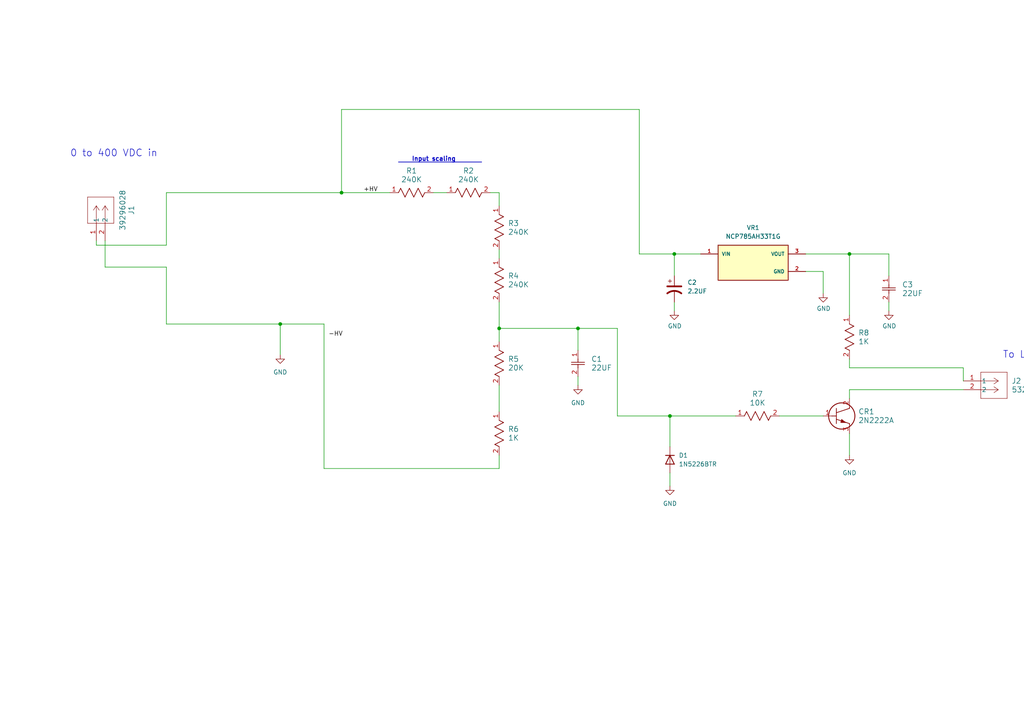
<source format=kicad_sch>
(kicad_sch (version 20230121) (generator eeschema)

  (uuid fffa4e09-ea48-4f7e-bd60-fd1a9798bef5)

  (paper "A4")

  (lib_symbols
    (symbol "2024-03-17_20-45-22:39296028" (pin_names (offset 0.254)) (in_bom yes) (on_board yes)
      (property "Reference" "J" (at 8.89 6.35 0)
        (effects (font (size 1.524 1.524)))
      )
      (property "Value" "39296028" (at 0 0 0)
        (effects (font (size 1.524 1.524)))
      )
      (property "Footprint" "CON_39296028" (at 0 0 0)
        (effects (font (size 1.27 1.27) italic) hide)
      )
      (property "Datasheet" "39296028" (at 0 0 0)
        (effects (font (size 1.27 1.27) italic) hide)
      )
      (property "ki_locked" "" (at 0 0 0)
        (effects (font (size 1.27 1.27)))
      )
      (property "ki_keywords" "39296028" (at 0 0 0)
        (effects (font (size 1.27 1.27)) hide)
      )
      (property "ki_fp_filters" "CON_39296028" (at 0 0 0)
        (effects (font (size 1.27 1.27)) hide)
      )
      (symbol "39296028_1_1"
        (polyline
          (pts
            (xy 5.08 -5.08)
            (xy 12.7 -5.08)
          )
          (stroke (width 0.127) (type default))
          (fill (type none))
        )
        (polyline
          (pts
            (xy 5.08 2.54)
            (xy 5.08 -5.08)
          )
          (stroke (width 0.127) (type default))
          (fill (type none))
        )
        (polyline
          (pts
            (xy 10.16 -2.54)
            (xy 5.08 -2.54)
          )
          (stroke (width 0.127) (type default))
          (fill (type none))
        )
        (polyline
          (pts
            (xy 10.16 -2.54)
            (xy 8.89 -3.3867)
          )
          (stroke (width 0.127) (type default))
          (fill (type none))
        )
        (polyline
          (pts
            (xy 10.16 -2.54)
            (xy 8.89 -1.6933)
          )
          (stroke (width 0.127) (type default))
          (fill (type none))
        )
        (polyline
          (pts
            (xy 10.16 0)
            (xy 5.08 0)
          )
          (stroke (width 0.127) (type default))
          (fill (type none))
        )
        (polyline
          (pts
            (xy 10.16 0)
            (xy 8.89 -0.8467)
          )
          (stroke (width 0.127) (type default))
          (fill (type none))
        )
        (polyline
          (pts
            (xy 10.16 0)
            (xy 8.89 0.8467)
          )
          (stroke (width 0.127) (type default))
          (fill (type none))
        )
        (polyline
          (pts
            (xy 12.7 -5.08)
            (xy 12.7 2.54)
          )
          (stroke (width 0.127) (type default))
          (fill (type none))
        )
        (polyline
          (pts
            (xy 12.7 2.54)
            (xy 5.08 2.54)
          )
          (stroke (width 0.127) (type default))
          (fill (type none))
        )
        (pin unspecified line (at 0 0 0) (length 5.08)
          (name "1" (effects (font (size 1.27 1.27))))
          (number "1" (effects (font (size 1.27 1.27))))
        )
        (pin unspecified line (at 0 -2.54 0) (length 5.08)
          (name "2" (effects (font (size 1.27 1.27))))
          (number "2" (effects (font (size 1.27 1.27))))
        )
      )
      (symbol "39296028_1_2"
        (polyline
          (pts
            (xy 5.08 -5.08)
            (xy 12.7 -5.08)
          )
          (stroke (width 0.127) (type default))
          (fill (type none))
        )
        (polyline
          (pts
            (xy 5.08 2.54)
            (xy 5.08 -5.08)
          )
          (stroke (width 0.127) (type default))
          (fill (type none))
        )
        (polyline
          (pts
            (xy 7.62 -2.54)
            (xy 5.08 -2.54)
          )
          (stroke (width 0.127) (type default))
          (fill (type none))
        )
        (polyline
          (pts
            (xy 7.62 -2.54)
            (xy 8.89 -3.3867)
          )
          (stroke (width 0.127) (type default))
          (fill (type none))
        )
        (polyline
          (pts
            (xy 7.62 -2.54)
            (xy 8.89 -1.6933)
          )
          (stroke (width 0.127) (type default))
          (fill (type none))
        )
        (polyline
          (pts
            (xy 7.62 0)
            (xy 5.08 0)
          )
          (stroke (width 0.127) (type default))
          (fill (type none))
        )
        (polyline
          (pts
            (xy 7.62 0)
            (xy 8.89 -0.8467)
          )
          (stroke (width 0.127) (type default))
          (fill (type none))
        )
        (polyline
          (pts
            (xy 7.62 0)
            (xy 8.89 0.8467)
          )
          (stroke (width 0.127) (type default))
          (fill (type none))
        )
        (polyline
          (pts
            (xy 12.7 -5.08)
            (xy 12.7 2.54)
          )
          (stroke (width 0.127) (type default))
          (fill (type none))
        )
        (polyline
          (pts
            (xy 12.7 2.54)
            (xy 5.08 2.54)
          )
          (stroke (width 0.127) (type default))
          (fill (type none))
        )
        (pin unspecified line (at 0 0 0) (length 5.08)
          (name "1" (effects (font (size 1.27 1.27))))
          (number "1" (effects (font (size 1.27 1.27))))
        )
        (pin unspecified line (at 0 -2.54 0) (length 5.08)
          (name "2" (effects (font (size 1.27 1.27))))
          (number "2" (effects (font (size 1.27 1.27))))
        )
      )
    )
    (symbol "2024-03-24_14-08-05:532650229" (pin_names (offset 0.254)) (in_bom yes) (on_board yes)
      (property "Reference" "J" (at 8.89 6.35 0)
        (effects (font (size 1.524 1.524)))
      )
      (property "Value" "532650229" (at 0 0 0)
        (effects (font (size 1.524 1.524)))
      )
      (property "Footprint" "CON_532650229_MOL" (at 0 0 0)
        (effects (font (size 1.27 1.27) italic) hide)
      )
      (property "Datasheet" "532650229" (at 0 0 0)
        (effects (font (size 1.27 1.27) italic) hide)
      )
      (property "ki_locked" "" (at 0 0 0)
        (effects (font (size 1.27 1.27)))
      )
      (property "ki_keywords" "532650229" (at 0 0 0)
        (effects (font (size 1.27 1.27)) hide)
      )
      (property "ki_fp_filters" "CON_532650229_MOL" (at 0 0 0)
        (effects (font (size 1.27 1.27)) hide)
      )
      (symbol "532650229_1_1"
        (polyline
          (pts
            (xy 5.08 -5.08)
            (xy 12.7 -5.08)
          )
          (stroke (width 0.127) (type default))
          (fill (type none))
        )
        (polyline
          (pts
            (xy 5.08 2.54)
            (xy 5.08 -5.08)
          )
          (stroke (width 0.127) (type default))
          (fill (type none))
        )
        (polyline
          (pts
            (xy 10.16 -2.54)
            (xy 5.08 -2.54)
          )
          (stroke (width 0.127) (type default))
          (fill (type none))
        )
        (polyline
          (pts
            (xy 10.16 -2.54)
            (xy 8.89 -3.3867)
          )
          (stroke (width 0.127) (type default))
          (fill (type none))
        )
        (polyline
          (pts
            (xy 10.16 -2.54)
            (xy 8.89 -1.6933)
          )
          (stroke (width 0.127) (type default))
          (fill (type none))
        )
        (polyline
          (pts
            (xy 10.16 0)
            (xy 5.08 0)
          )
          (stroke (width 0.127) (type default))
          (fill (type none))
        )
        (polyline
          (pts
            (xy 10.16 0)
            (xy 8.89 -0.8467)
          )
          (stroke (width 0.127) (type default))
          (fill (type none))
        )
        (polyline
          (pts
            (xy 10.16 0)
            (xy 8.89 0.8467)
          )
          (stroke (width 0.127) (type default))
          (fill (type none))
        )
        (polyline
          (pts
            (xy 12.7 -5.08)
            (xy 12.7 2.54)
          )
          (stroke (width 0.127) (type default))
          (fill (type none))
        )
        (polyline
          (pts
            (xy 12.7 2.54)
            (xy 5.08 2.54)
          )
          (stroke (width 0.127) (type default))
          (fill (type none))
        )
        (pin unspecified line (at 0 0 0) (length 5.08)
          (name "1" (effects (font (size 1.27 1.27))))
          (number "1" (effects (font (size 1.27 1.27))))
        )
        (pin unspecified line (at 0 -2.54 0) (length 5.08)
          (name "2" (effects (font (size 1.27 1.27))))
          (number "2" (effects (font (size 1.27 1.27))))
        )
      )
      (symbol "532650229_1_2"
        (polyline
          (pts
            (xy 5.08 -5.08)
            (xy 12.7 -5.08)
          )
          (stroke (width 0.127) (type default))
          (fill (type none))
        )
        (polyline
          (pts
            (xy 5.08 2.54)
            (xy 5.08 -5.08)
          )
          (stroke (width 0.127) (type default))
          (fill (type none))
        )
        (polyline
          (pts
            (xy 7.62 -2.54)
            (xy 5.08 -2.54)
          )
          (stroke (width 0.127) (type default))
          (fill (type none))
        )
        (polyline
          (pts
            (xy 7.62 -2.54)
            (xy 8.89 -3.3867)
          )
          (stroke (width 0.127) (type default))
          (fill (type none))
        )
        (polyline
          (pts
            (xy 7.62 -2.54)
            (xy 8.89 -1.6933)
          )
          (stroke (width 0.127) (type default))
          (fill (type none))
        )
        (polyline
          (pts
            (xy 7.62 0)
            (xy 5.08 0)
          )
          (stroke (width 0.127) (type default))
          (fill (type none))
        )
        (polyline
          (pts
            (xy 7.62 0)
            (xy 8.89 -0.8467)
          )
          (stroke (width 0.127) (type default))
          (fill (type none))
        )
        (polyline
          (pts
            (xy 7.62 0)
            (xy 8.89 0.8467)
          )
          (stroke (width 0.127) (type default))
          (fill (type none))
        )
        (polyline
          (pts
            (xy 12.7 -5.08)
            (xy 12.7 2.54)
          )
          (stroke (width 0.127) (type default))
          (fill (type none))
        )
        (polyline
          (pts
            (xy 12.7 2.54)
            (xy 5.08 2.54)
          )
          (stroke (width 0.127) (type default))
          (fill (type none))
        )
        (pin unspecified line (at 0 0 0) (length 5.08)
          (name "1" (effects (font (size 1.27 1.27))))
          (number "1" (effects (font (size 1.27 1.27))))
        )
        (pin unspecified line (at 0 -2.54 0) (length 5.08)
          (name "2" (effects (font (size 1.27 1.27))))
          (number "2" (effects (font (size 1.27 1.27))))
        )
      )
    )
    (symbol "2024-05-04_04-05-19:RNMF14FTC240K" (pin_names (offset 0.254)) (in_bom yes) (on_board yes)
      (property "Reference" "R" (at 5.715 3.81 0)
        (effects (font (size 1.524 1.524)))
      )
      (property "Value" "RNMF14FTC240K" (at 6.35 -3.81 0)
        (effects (font (size 1.524 1.524)))
      )
      (property "Footprint" "STA_RNMF14_STP" (at 0 0 0)
        (effects (font (size 1.27 1.27) italic) hide)
      )
      (property "Datasheet" "RNMF14FTC240K" (at 0 0 0)
        (effects (font (size 1.27 1.27) italic) hide)
      )
      (property "ki_locked" "" (at 0 0 0)
        (effects (font (size 1.27 1.27)))
      )
      (property "ki_keywords" "RNMF14FTC240K" (at 0 0 0)
        (effects (font (size 1.27 1.27)) hide)
      )
      (property "ki_fp_filters" "STA_RNMF14_STP" (at 0 0 0)
        (effects (font (size 1.27 1.27)) hide)
      )
      (symbol "RNMF14FTC240K_1_1"
        (polyline
          (pts
            (xy 2.54 0)
            (xy 3.175 1.27)
          )
          (stroke (width 0.2032) (type default))
          (fill (type none))
        )
        (polyline
          (pts
            (xy 3.175 1.27)
            (xy 4.445 -1.27)
          )
          (stroke (width 0.2032) (type default))
          (fill (type none))
        )
        (polyline
          (pts
            (xy 4.445 -1.27)
            (xy 5.715 1.27)
          )
          (stroke (width 0.2032) (type default))
          (fill (type none))
        )
        (polyline
          (pts
            (xy 5.715 1.27)
            (xy 6.985 -1.27)
          )
          (stroke (width 0.2032) (type default))
          (fill (type none))
        )
        (polyline
          (pts
            (xy 6.985 -1.27)
            (xy 8.255 1.27)
          )
          (stroke (width 0.2032) (type default))
          (fill (type none))
        )
        (polyline
          (pts
            (xy 8.255 1.27)
            (xy 9.525 -1.27)
          )
          (stroke (width 0.2032) (type default))
          (fill (type none))
        )
        (polyline
          (pts
            (xy 9.525 -1.27)
            (xy 10.16 0)
          )
          (stroke (width 0.2032) (type default))
          (fill (type none))
        )
        (pin unspecified line (at 0 0 0) (length 2.54)
          (name "" (effects (font (size 1.27 1.27))))
          (number "1" (effects (font (size 1.27 1.27))))
        )
        (pin unspecified line (at 12.7 0 180) (length 2.54)
          (name "" (effects (font (size 1.27 1.27))))
          (number "2" (effects (font (size 1.27 1.27))))
        )
      )
      (symbol "RNMF14FTC240K_1_2"
        (polyline
          (pts
            (xy -1.27 3.175)
            (xy 1.27 4.445)
          )
          (stroke (width 0.2032) (type default))
          (fill (type none))
        )
        (polyline
          (pts
            (xy -1.27 5.715)
            (xy 1.27 6.985)
          )
          (stroke (width 0.2032) (type default))
          (fill (type none))
        )
        (polyline
          (pts
            (xy -1.27 8.255)
            (xy 1.27 9.525)
          )
          (stroke (width 0.2032) (type default))
          (fill (type none))
        )
        (polyline
          (pts
            (xy 0 2.54)
            (xy -1.27 3.175)
          )
          (stroke (width 0.2032) (type default))
          (fill (type none))
        )
        (polyline
          (pts
            (xy 1.27 4.445)
            (xy -1.27 5.715)
          )
          (stroke (width 0.2032) (type default))
          (fill (type none))
        )
        (polyline
          (pts
            (xy 1.27 6.985)
            (xy -1.27 8.255)
          )
          (stroke (width 0.2032) (type default))
          (fill (type none))
        )
        (polyline
          (pts
            (xy 1.27 9.525)
            (xy 0 10.16)
          )
          (stroke (width 0.2032) (type default))
          (fill (type none))
        )
        (pin unspecified line (at 0 12.7 270) (length 2.54)
          (name "" (effects (font (size 1.27 1.27))))
          (number "1" (effects (font (size 1.27 1.27))))
        )
        (pin unspecified line (at 0 0 90) (length 2.54)
          (name "" (effects (font (size 1.27 1.27))))
          (number "2" (effects (font (size 1.27 1.27))))
        )
      )
    )
    (symbol "2024-05-06_00-13-29:2N2222A" (pin_names (offset 0.254)) (in_bom yes) (on_board yes)
      (property "Reference" "CR" (at 10.16 2.54 0)
        (effects (font (size 1.524 1.524)))
      )
      (property "Value" "2N2222A" (at 10.16 -2.54 0)
        (effects (font (size 1.524 1.524)))
      )
      (property "Footprint" "TO-18_STM" (at 0 0 0)
        (effects (font (size 1.27 1.27) italic) hide)
      )
      (property "Datasheet" "2N2222A" (at 0 0 0)
        (effects (font (size 1.27 1.27) italic) hide)
      )
      (property "ki_locked" "" (at 0 0 0)
        (effects (font (size 1.27 1.27)))
      )
      (property "ki_keywords" "2N2222A" (at 0 0 0)
        (effects (font (size 1.27 1.27)) hide)
      )
      (property "ki_fp_filters" "TO-18_STM" (at 0 0 0)
        (effects (font (size 1.27 1.27)) hide)
      )
      (symbol "2N2222A_0_1"
        (polyline
          (pts
            (xy 2.54 0)
            (xy 3.81 0)
          )
          (stroke (width 0.2032) (type default))
          (fill (type none))
        )
        (polyline
          (pts
            (xy 3.81 -2.2098)
            (xy 3.81 2.2098)
          )
          (stroke (width 0.2032) (type default))
          (fill (type none))
        )
        (polyline
          (pts
            (xy 3.81 -0.9398)
            (xy 7.62 -2.2098)
          )
          (stroke (width 0.2032) (type default))
          (fill (type none))
        )
        (polyline
          (pts
            (xy 3.81 0.9398)
            (xy 7.62 2.2098)
          )
          (stroke (width 0.2032) (type default))
          (fill (type none))
        )
        (polyline
          (pts
            (xy 7.62 -2.54)
            (xy 7.62 -2.2098)
          )
          (stroke (width 0.2032) (type default))
          (fill (type none))
        )
        (polyline
          (pts
            (xy 7.62 2.2098)
            (xy 7.62 2.54)
          )
          (stroke (width 0.2032) (type default))
          (fill (type none))
        )
        (polyline
          (pts
            (xy 5.3848 -0.9398)
            (xy 5.08 -1.905)
            (xy 6.6548 -1.905)
          )
          (stroke (width 0) (type default))
          (fill (type outline))
        )
        (circle (center 5.3848 0) (radius 3.81)
          (stroke (width 0.254) (type default))
          (fill (type none))
        )
        (pin unspecified line (at 0 0 0) (length 2.54)
          (name "" (effects (font (size 1.27 1.27))))
          (number "1" (effects (font (size 1.27 1.27))))
        )
        (pin unspecified line (at 7.62 5.08 270) (length 2.54)
          (name "" (effects (font (size 1.27 1.27))))
          (number "2" (effects (font (size 1.27 1.27))))
        )
        (pin unspecified line (at 7.62 -5.08 90) (length 2.54)
          (name "" (effects (font (size 1.27 1.27))))
          (number "3" (effects (font (size 1.27 1.27))))
        )
      )
    )
    (symbol "2024-05-06_00-24-55:860020272001" (pin_names (offset 0.254)) (in_bom yes) (on_board yes)
      (property "Reference" "C" (at 3.81 3.81 0)
        (effects (font (size 1.524 1.524)))
      )
      (property "Value" "860020272001" (at 3.81 -3.81 0)
        (effects (font (size 1.524 1.524)))
      )
      (property "Footprint" "CAP_WCAP-ATG5_5x11_WRE" (at 0 0 0)
        (effects (font (size 1.27 1.27) italic) hide)
      )
      (property "Datasheet" "860020272001" (at 0 0 0)
        (effects (font (size 1.27 1.27) italic) hide)
      )
      (property "ki_locked" "" (at 0 0 0)
        (effects (font (size 1.27 1.27)))
      )
      (property "ki_keywords" "860020272001" (at 0 0 0)
        (effects (font (size 1.27 1.27)) hide)
      )
      (property "ki_fp_filters" "CAP_WCAP-ATG5_5x11_WRE" (at 0 0 0)
        (effects (font (size 1.27 1.27)) hide)
      )
      (symbol "860020272001_1_1"
        (polyline
          (pts
            (xy 2.54 0)
            (xy 3.4798 0)
          )
          (stroke (width 0.2032) (type default))
          (fill (type none))
        )
        (polyline
          (pts
            (xy 3.4798 -1.905)
            (xy 3.4798 1.905)
          )
          (stroke (width 0.2032) (type default))
          (fill (type none))
        )
        (polyline
          (pts
            (xy 4.1148 -1.905)
            (xy 4.1148 1.905)
          )
          (stroke (width 0.2032) (type default))
          (fill (type none))
        )
        (polyline
          (pts
            (xy 4.1148 0)
            (xy 5.08 0)
          )
          (stroke (width 0.2032) (type default))
          (fill (type none))
        )
        (pin unspecified line (at 0 0 0) (length 2.54)
          (name "" (effects (font (size 1.27 1.27))))
          (number "1" (effects (font (size 1.27 1.27))))
        )
        (pin unspecified line (at 7.62 0 180) (length 2.54)
          (name "" (effects (font (size 1.27 1.27))))
          (number "2" (effects (font (size 1.27 1.27))))
        )
      )
      (symbol "860020272001_1_2"
        (polyline
          (pts
            (xy -1.905 -4.1148)
            (xy 1.905 -4.1148)
          )
          (stroke (width 0.2032) (type default))
          (fill (type none))
        )
        (polyline
          (pts
            (xy -1.905 -3.4798)
            (xy 1.905 -3.4798)
          )
          (stroke (width 0.2032) (type default))
          (fill (type none))
        )
        (polyline
          (pts
            (xy 0 -4.1148)
            (xy 0 -5.08)
          )
          (stroke (width 0.2032) (type default))
          (fill (type none))
        )
        (polyline
          (pts
            (xy 0 -2.54)
            (xy 0 -3.4798)
          )
          (stroke (width 0.2032) (type default))
          (fill (type none))
        )
        (pin unspecified line (at 0 0 270) (length 2.54)
          (name "" (effects (font (size 1.27 1.27))))
          (number "1" (effects (font (size 1.27 1.27))))
        )
        (pin unspecified line (at 0 -7.62 90) (length 2.54)
          (name "" (effects (font (size 1.27 1.27))))
          (number "2" (effects (font (size 1.27 1.27))))
        )
      )
    )
    (symbol "Device:C_Polarized_US" (pin_numbers hide) (pin_names (offset 0.254) hide) (in_bom yes) (on_board yes)
      (property "Reference" "C" (at 0.635 2.54 0)
        (effects (font (size 1.27 1.27)) (justify left))
      )
      (property "Value" "C_Polarized_US" (at 0.635 -2.54 0)
        (effects (font (size 1.27 1.27)) (justify left))
      )
      (property "Footprint" "" (at 0 0 0)
        (effects (font (size 1.27 1.27)) hide)
      )
      (property "Datasheet" "~" (at 0 0 0)
        (effects (font (size 1.27 1.27)) hide)
      )
      (property "ki_keywords" "cap capacitor" (at 0 0 0)
        (effects (font (size 1.27 1.27)) hide)
      )
      (property "ki_description" "Polarized capacitor, US symbol" (at 0 0 0)
        (effects (font (size 1.27 1.27)) hide)
      )
      (property "ki_fp_filters" "CP_*" (at 0 0 0)
        (effects (font (size 1.27 1.27)) hide)
      )
      (symbol "C_Polarized_US_0_1"
        (polyline
          (pts
            (xy -2.032 0.762)
            (xy 2.032 0.762)
          )
          (stroke (width 0.508) (type default))
          (fill (type none))
        )
        (polyline
          (pts
            (xy -1.778 2.286)
            (xy -0.762 2.286)
          )
          (stroke (width 0) (type default))
          (fill (type none))
        )
        (polyline
          (pts
            (xy -1.27 1.778)
            (xy -1.27 2.794)
          )
          (stroke (width 0) (type default))
          (fill (type none))
        )
        (arc (start 2.032 -1.27) (mid 0 -0.5572) (end -2.032 -1.27)
          (stroke (width 0.508) (type default))
          (fill (type none))
        )
      )
      (symbol "C_Polarized_US_1_1"
        (pin passive line (at 0 3.81 270) (length 2.794)
          (name "~" (effects (font (size 1.27 1.27))))
          (number "1" (effects (font (size 1.27 1.27))))
        )
        (pin passive line (at 0 -3.81 90) (length 3.302)
          (name "~" (effects (font (size 1.27 1.27))))
          (number "2" (effects (font (size 1.27 1.27))))
        )
      )
    )
    (symbol "Diode:1N4448" (pin_numbers hide) (pin_names hide) (in_bom yes) (on_board yes)
      (property "Reference" "D" (at 0 2.54 0)
        (effects (font (size 1.27 1.27)))
      )
      (property "Value" "1N4448" (at 0 -2.54 0)
        (effects (font (size 1.27 1.27)))
      )
      (property "Footprint" "Diode_THT:D_DO-35_SOD27_P7.62mm_Horizontal" (at 0 -4.445 0)
        (effects (font (size 1.27 1.27)) hide)
      )
      (property "Datasheet" "https://assets.nexperia.com/documents/data-sheet/1N4148_1N4448.pdf" (at 0 0 0)
        (effects (font (size 1.27 1.27)) hide)
      )
      (property "Sim.Device" "D" (at 0 0 0)
        (effects (font (size 1.27 1.27)) hide)
      )
      (property "Sim.Pins" "1=K 2=A" (at 0 0 0)
        (effects (font (size 1.27 1.27)) hide)
      )
      (property "ki_keywords" "diode" (at 0 0 0)
        (effects (font (size 1.27 1.27)) hide)
      )
      (property "ki_description" "100V 0.15A High-speed standard diode, DO-35" (at 0 0 0)
        (effects (font (size 1.27 1.27)) hide)
      )
      (property "ki_fp_filters" "D*DO?35*" (at 0 0 0)
        (effects (font (size 1.27 1.27)) hide)
      )
      (symbol "1N4448_0_1"
        (polyline
          (pts
            (xy -1.27 1.27)
            (xy -1.27 -1.27)
          )
          (stroke (width 0.254) (type default))
          (fill (type none))
        )
        (polyline
          (pts
            (xy 1.27 0)
            (xy -1.27 0)
          )
          (stroke (width 0) (type default))
          (fill (type none))
        )
        (polyline
          (pts
            (xy 1.27 1.27)
            (xy 1.27 -1.27)
            (xy -1.27 0)
            (xy 1.27 1.27)
          )
          (stroke (width 0.254) (type default))
          (fill (type none))
        )
      )
      (symbol "1N4448_1_1"
        (pin passive line (at -3.81 0 0) (length 2.54)
          (name "K" (effects (font (size 1.27 1.27))))
          (number "1" (effects (font (size 1.27 1.27))))
        )
        (pin passive line (at 3.81 0 180) (length 2.54)
          (name "A" (effects (font (size 1.27 1.27))))
          (number "2" (effects (font (size 1.27 1.27))))
        )
      )
    )
    (symbol "NCP785AH33T1G:NCP785AH33T1G" (pin_names (offset 1.016)) (in_bom yes) (on_board yes)
      (property "Reference" "VR" (at -10.16 6.35 0)
        (effects (font (size 1.27 1.27)) (justify left bottom))
      )
      (property "Value" "NCP785AH33T1G" (at -10.16 -7.62 0)
        (effects (font (size 1.27 1.27)) (justify left bottom))
      )
      (property "Footprint" "NCP785AH33T1G:VREG_NCP785AH33T1G" (at 0 0 0)
        (effects (font (size 1.27 1.27)) (justify bottom) hide)
      )
      (property "Datasheet" "" (at 0 0 0)
        (effects (font (size 1.27 1.27)) hide)
      )
      (property "PARTREV" "2" (at 0 0 0)
        (effects (font (size 1.27 1.27)) (justify bottom) hide)
      )
      (property "STANDARD" "Manufactuer Recommendations" (at 0 0 0)
        (effects (font (size 1.27 1.27)) (justify bottom) hide)
      )
      (property "MANUFACTURER" "ON Semiconductor" (at 0 0 0)
        (effects (font (size 1.27 1.27)) (justify bottom) hide)
      )
      (symbol "NCP785AH33T1G_0_0"
        (rectangle (start -10.16 -5.08) (end 10.16 5.08)
          (stroke (width 0.254) (type default))
          (fill (type background))
        )
        (pin input line (at -15.24 2.54 0) (length 5.08)
          (name "VIN" (effects (font (size 1.016 1.016))))
          (number "1" (effects (font (size 1.016 1.016))))
        )
        (pin power_in line (at 15.24 -2.54 180) (length 5.08)
          (name "GND" (effects (font (size 1.016 1.016))))
          (number "2" (effects (font (size 1.016 1.016))))
        )
        (pin output line (at 15.24 2.54 180) (length 5.08)
          (name "VOUT" (effects (font (size 1.016 1.016))))
          (number "3" (effects (font (size 1.016 1.016))))
        )
      )
    )
    (symbol "power:GND" (power) (pin_names (offset 0)) (in_bom yes) (on_board yes)
      (property "Reference" "#PWR" (at 0 -6.35 0)
        (effects (font (size 1.27 1.27)) hide)
      )
      (property "Value" "GND" (at 0 -3.81 0)
        (effects (font (size 1.27 1.27)))
      )
      (property "Footprint" "" (at 0 0 0)
        (effects (font (size 1.27 1.27)) hide)
      )
      (property "Datasheet" "" (at 0 0 0)
        (effects (font (size 1.27 1.27)) hide)
      )
      (property "ki_keywords" "global power" (at 0 0 0)
        (effects (font (size 1.27 1.27)) hide)
      )
      (property "ki_description" "Power symbol creates a global label with name \"GND\" , ground" (at 0 0 0)
        (effects (font (size 1.27 1.27)) hide)
      )
      (symbol "GND_0_1"
        (polyline
          (pts
            (xy 0 0)
            (xy 0 -1.27)
            (xy 1.27 -1.27)
            (xy 0 -2.54)
            (xy -1.27 -1.27)
            (xy 0 -1.27)
          )
          (stroke (width 0) (type default))
          (fill (type none))
        )
      )
      (symbol "GND_1_1"
        (pin power_in line (at 0 0 270) (length 0) hide
          (name "GND" (effects (font (size 1.27 1.27))))
          (number "1" (effects (font (size 1.27 1.27))))
        )
      )
    )
  )

  (junction (at 195.58 73.66) (diameter 0) (color 0 0 0 0)
    (uuid 0a2b8e25-288a-4535-9aee-cb6edf703f4a)
  )
  (junction (at 246.38 73.66) (diameter 0) (color 0 0 0 0)
    (uuid 27713008-1d9e-4950-996e-6f92b8c72306)
  )
  (junction (at 99.06 55.88) (diameter 0) (color 0 0 0 0)
    (uuid 76e34826-5cc1-4aef-b3e4-5101569c11f1)
  )
  (junction (at 144.78 95.25) (diameter 0) (color 0 0 0 0)
    (uuid 9f5d1141-3dfa-4611-9c7c-9789cdddda14)
  )
  (junction (at 81.28 93.98) (diameter 0) (color 0 0 0 0)
    (uuid b2a9a1f7-6584-4ea6-8704-07df04442a70)
  )
  (junction (at 194.31 120.65) (diameter 0) (color 0 0 0 0)
    (uuid b544e758-314f-49d2-96a0-aaa3492bcdea)
  )
  (junction (at 167.64 95.25) (diameter 0) (color 0 0 0 0)
    (uuid fd965d80-917d-4d50-b929-6bc7a6b8442f)
  )

  (wire (pts (xy 246.38 113.03) (xy 279.4 113.03))
    (stroke (width 0) (type default))
    (uuid 0f56c2d7-806b-4181-a39e-b0ed15b863a4)
  )
  (wire (pts (xy 203.2 73.66) (xy 195.58 73.66))
    (stroke (width 0) (type default))
    (uuid 0fe6e933-ad0c-44fa-a6a4-2219b28c3ae6)
  )
  (wire (pts (xy 30.48 77.47) (xy 30.48 69.85))
    (stroke (width 0) (type default))
    (uuid 1406857e-e4ce-42e1-ad1f-91df341b4cc7)
  )
  (wire (pts (xy 246.38 115.57) (xy 246.38 113.03))
    (stroke (width 0) (type default))
    (uuid 1a928c76-25a5-4021-8f92-18d9489ff9d4)
  )
  (wire (pts (xy 233.68 78.74) (xy 238.76 78.74))
    (stroke (width 0) (type default))
    (uuid 20533d2a-fd33-493e-a1a3-e47a3a9e1a51)
  )
  (wire (pts (xy 226.06 120.65) (xy 238.76 120.65))
    (stroke (width 0) (type default))
    (uuid 26445f69-3ac7-49f3-b7bb-c3c9f117ca3c)
  )
  (wire (pts (xy 195.58 73.66) (xy 195.58 80.01))
    (stroke (width 0) (type default))
    (uuid 3153ad3b-31cc-4c33-849d-a7959ea1d9c2)
  )
  (wire (pts (xy 93.98 135.89) (xy 93.98 93.98))
    (stroke (width 0) (type default))
    (uuid 351d1cba-23fc-417e-a5a9-2164aed17231)
  )
  (wire (pts (xy 194.31 120.65) (xy 213.36 120.65))
    (stroke (width 0) (type default))
    (uuid 39ce872d-b692-4482-8c1a-99826d0095c5)
  )
  (wire (pts (xy 81.28 102.87) (xy 81.28 93.98))
    (stroke (width 0) (type default))
    (uuid 47dc2ebc-d30c-4e58-9cda-b2d6789bf77c)
  )
  (wire (pts (xy 195.58 73.66) (xy 185.42 73.66))
    (stroke (width 0) (type default))
    (uuid 49fa4055-8acb-47ad-8cba-41f974cad8b9)
  )
  (wire (pts (xy 144.78 135.89) (xy 93.98 135.89))
    (stroke (width 0) (type default))
    (uuid 4a7e895a-1f5b-4386-862c-84d2b258ec20)
  )
  (wire (pts (xy 179.07 95.25) (xy 179.07 120.65))
    (stroke (width 0) (type default))
    (uuid 4b15b86f-0617-43d6-9d7e-051a33eb905f)
  )
  (wire (pts (xy 144.78 72.39) (xy 144.78 74.93))
    (stroke (width 0) (type default))
    (uuid 4de84a40-42be-45c0-bf6f-3083a6d39bad)
  )
  (wire (pts (xy 48.26 55.88) (xy 99.06 55.88))
    (stroke (width 0) (type default))
    (uuid 57df1aab-70f8-4fcb-b0e9-dfab541cbd85)
  )
  (wire (pts (xy 246.38 73.66) (xy 246.38 91.44))
    (stroke (width 0) (type default))
    (uuid 60c54047-c89d-482d-a944-e7bbb871fbc9)
  )
  (wire (pts (xy 246.38 106.68) (xy 279.4 106.68))
    (stroke (width 0) (type default))
    (uuid 60f34911-b863-4dc1-9449-8d6acf699fd7)
  )
  (wire (pts (xy 194.31 137.16) (xy 194.31 140.97))
    (stroke (width 0) (type default))
    (uuid 633adea5-8655-4e30-aabe-807862a9040a)
  )
  (wire (pts (xy 30.48 77.47) (xy 48.26 77.47))
    (stroke (width 0) (type default))
    (uuid 650fdde3-ba30-49a4-887b-7528c0c986b3)
  )
  (wire (pts (xy 167.64 109.22) (xy 167.64 111.76))
    (stroke (width 0) (type default))
    (uuid 6b8694d2-6ce4-40a5-8e90-7bdd5fd54503)
  )
  (wire (pts (xy 246.38 125.73) (xy 246.38 132.08))
    (stroke (width 0) (type default))
    (uuid 6bb5a70b-4cec-4437-858d-52a75d76f71d)
  )
  (wire (pts (xy 99.06 55.88) (xy 113.03 55.88))
    (stroke (width 0) (type default))
    (uuid 6cbe95d2-eaeb-4025-badd-8930d41a27aa)
  )
  (wire (pts (xy 99.06 31.75) (xy 99.06 55.88))
    (stroke (width 0) (type default))
    (uuid 7106639f-8fac-4849-a6b0-eb09aa5f8eee)
  )
  (wire (pts (xy 246.38 104.14) (xy 246.38 106.68))
    (stroke (width 0) (type default))
    (uuid 730e4ceb-4d2b-4172-a78e-2fe93a361d95)
  )
  (wire (pts (xy 48.26 77.47) (xy 48.26 93.98))
    (stroke (width 0) (type default))
    (uuid 7a4121ab-e6af-499a-87e5-cb654c767840)
  )
  (wire (pts (xy 125.73 55.88) (xy 129.54 55.88))
    (stroke (width 0) (type default))
    (uuid 7aa59b06-00f8-467c-aefd-81c3865b5cd9)
  )
  (wire (pts (xy 48.26 93.98) (xy 81.28 93.98))
    (stroke (width 0) (type default))
    (uuid 7d9971c3-1851-4eef-81da-1b9253564e5c)
  )
  (wire (pts (xy 144.78 111.76) (xy 144.78 119.38))
    (stroke (width 0) (type default))
    (uuid 81e3ef98-22f7-4d08-b0f0-2f5443ddaf0a)
  )
  (wire (pts (xy 142.24 55.88) (xy 144.78 55.88))
    (stroke (width 0) (type default))
    (uuid 8989d238-6e35-42e5-93c9-3461182aea58)
  )
  (wire (pts (xy 279.4 106.68) (xy 279.4 110.49))
    (stroke (width 0) (type default))
    (uuid 8df8c8f0-2db0-41ad-918b-5ced584deb96)
  )
  (wire (pts (xy 48.26 55.88) (xy 48.26 71.12))
    (stroke (width 0) (type default))
    (uuid 8ef5c3ca-1003-4b3f-adf8-711f6d5ae864)
  )
  (wire (pts (xy 144.78 132.08) (xy 144.78 135.89))
    (stroke (width 0) (type default))
    (uuid 91583d57-e76f-4591-92ca-75102d5a0727)
  )
  (wire (pts (xy 185.42 31.75) (xy 99.06 31.75))
    (stroke (width 0) (type default))
    (uuid a991d45e-e9b4-4fea-a5e0-5212bbc0f674)
  )
  (wire (pts (xy 257.81 87.63) (xy 257.81 90.17))
    (stroke (width 0) (type default))
    (uuid b6bfcb19-854d-42c1-9366-3474d45851ac)
  )
  (wire (pts (xy 27.94 71.12) (xy 48.26 71.12))
    (stroke (width 0) (type default))
    (uuid b82ee7e0-2c67-474a-9174-8563781414d8)
  )
  (wire (pts (xy 81.28 93.98) (xy 93.98 93.98))
    (stroke (width 0) (type default))
    (uuid d34fa07f-990c-47eb-a581-2e80261be40e)
  )
  (wire (pts (xy 167.64 95.25) (xy 179.07 95.25))
    (stroke (width 0) (type default))
    (uuid d7619b24-2f50-486f-ae77-730b7972093d)
  )
  (polyline (pts (xy 115.57 46.99) (xy 139.7 46.99))
    (stroke (width 0.2032) (type default))
    (uuid dae69d7e-4a2b-4f54-8af9-2662434af9ad)
  )

  (wire (pts (xy 238.76 78.74) (xy 238.76 85.09))
    (stroke (width 0) (type default))
    (uuid dd465e08-3db8-4387-b0bb-134d4a0019ae)
  )
  (wire (pts (xy 144.78 95.25) (xy 144.78 99.06))
    (stroke (width 0) (type default))
    (uuid e0ccf891-e893-4dd8-a4d8-b909afbb818a)
  )
  (wire (pts (xy 144.78 55.88) (xy 144.78 59.69))
    (stroke (width 0) (type default))
    (uuid e3610c51-71fa-48dc-a533-5e902fbbd2fd)
  )
  (wire (pts (xy 233.68 73.66) (xy 246.38 73.66))
    (stroke (width 0) (type default))
    (uuid e5fd5e1c-9516-4f76-a40b-22db870f6dc8)
  )
  (wire (pts (xy 185.42 31.75) (xy 185.42 73.66))
    (stroke (width 0) (type default))
    (uuid e733e9d7-e3a2-41b8-82a2-c6dcd34a9855)
  )
  (wire (pts (xy 194.31 120.65) (xy 194.31 129.54))
    (stroke (width 0) (type default))
    (uuid eadede55-a415-44c6-9eed-9f898da5bb14)
  )
  (wire (pts (xy 257.81 73.66) (xy 257.81 80.01))
    (stroke (width 0) (type default))
    (uuid ecbc10f2-73e2-476b-a187-954edff14934)
  )
  (wire (pts (xy 195.58 87.63) (xy 195.58 90.17))
    (stroke (width 0) (type default))
    (uuid f13c9f31-6bae-4caa-b715-803802065199)
  )
  (wire (pts (xy 246.38 73.66) (xy 257.81 73.66))
    (stroke (width 0) (type default))
    (uuid f28aad52-2d5d-4fb3-aa5b-6e932f5f23ee)
  )
  (wire (pts (xy 179.07 120.65) (xy 194.31 120.65))
    (stroke (width 0) (type default))
    (uuid f2c768bb-9b4c-41f9-8f29-cf79e6354dcc)
  )
  (wire (pts (xy 167.64 95.25) (xy 167.64 101.6))
    (stroke (width 0) (type default))
    (uuid f40653c5-3056-44a1-a5ef-b08ac36650f5)
  )
  (wire (pts (xy 27.94 69.85) (xy 27.94 71.12))
    (stroke (width 0) (type default))
    (uuid f7e5be77-91e0-48e6-83e6-5919d7cd22a1)
  )
  (wire (pts (xy 144.78 95.25) (xy 167.64 95.25))
    (stroke (width 0) (type default))
    (uuid fce4a1f2-f717-4f71-828f-2f8f3a707edc)
  )
  (wire (pts (xy 144.78 87.63) (xy 144.78 95.25))
    (stroke (width 0) (type default))
    (uuid fe93aa8c-8af6-4acc-a11e-420351a4d01c)
  )

  (text "Input scaling" (at 119.38 46.99 0)
    (effects (font (size 1.27 1.27) (thickness 0.254) bold) (justify left bottom))
    (uuid 836da18f-7c59-4f7b-b318-c4bc65a66e79)
  )
  (text "0 to 400 VDC in" (at 20.32 45.72 0)
    (effects (font (size 2.0066 2.0066)) (justify left bottom))
    (uuid bbc048ef-72b0-4398-8d64-ea64860cc47e)
  )
  (text "To LED" (at 290.83 104.14 0)
    (effects (font (size 2.0066 2.0066)) (justify left bottom))
    (uuid e81f4347-247e-419f-a21c-b88ae611f112)
  )

  (label "-HV" (at 95.25 97.79 0) (fields_autoplaced)
    (effects (font (size 1.27 1.27)) (justify left bottom))
    (uuid 24fd65aa-a627-43fd-8d0a-d0c7bf1670d2)
  )
  (label "+HV" (at 105.41 55.88 0) (fields_autoplaced)
    (effects (font (size 1.27 1.27)) (justify left bottom))
    (uuid ee866e7d-7b90-490e-a180-6cb4468ac16d)
  )

  (symbol (lib_id "power:GND") (at 257.81 90.17 0) (unit 1)
    (in_bom yes) (on_board yes) (dnp no)
    (uuid 0a4aa7d3-880f-49fc-8d48-8d74128ab515)
    (property "Reference" "#PWR04" (at 257.81 96.52 0)
      (effects (font (size 1.27 1.27)) hide)
    )
    (property "Value" "GND" (at 257.937 94.5642 0)
      (effects (font (size 1.27 1.27)))
    )
    (property "Footprint" "" (at 257.81 90.17 0)
      (effects (font (size 1.27 1.27)) hide)
    )
    (property "Datasheet" "" (at 257.81 90.17 0)
      (effects (font (size 1.27 1.27)) hide)
    )
    (pin "1" (uuid 27ee200e-6ea2-4d11-9569-c94cb11aa9b6))
    (instances
      (project "TSALv3"
        (path "/9b1cb9e4-db35-406f-93b4-332c1c08ed7c"
          (reference "#PWR04") (unit 1)
        )
      )
      (project "RM28 Accumulator Indicator"
        (path "/fffa4e09-ea48-4f7e-bd60-fd1a9798bef5"
          (reference "#PWR07") (unit 1)
        )
      )
    )
  )

  (symbol (lib_id "power:GND") (at 81.28 102.87 0) (unit 1)
    (in_bom yes) (on_board yes) (dnp no) (fields_autoplaced)
    (uuid 132186c3-ac60-4209-9e59-6a923a0c71aa)
    (property "Reference" "#PWR01" (at 81.28 109.22 0)
      (effects (font (size 1.27 1.27)) hide)
    )
    (property "Value" "GND" (at 81.28 107.95 0)
      (effects (font (size 1.27 1.27)))
    )
    (property "Footprint" "" (at 81.28 102.87 0)
      (effects (font (size 1.27 1.27)) hide)
    )
    (property "Datasheet" "" (at 81.28 102.87 0)
      (effects (font (size 1.27 1.27)) hide)
    )
    (pin "1" (uuid 21ee7a7e-2cff-4ce0-96e2-74a33a97e93e))
    (instances
      (project "TSALv3"
        (path "/9b1cb9e4-db35-406f-93b4-332c1c08ed7c"
          (reference "#PWR01") (unit 1)
        )
      )
      (project "RM28 Accumulator Indicator"
        (path "/fffa4e09-ea48-4f7e-bd60-fd1a9798bef5"
          (reference "#PWR01") (unit 1)
        )
      )
    )
  )

  (symbol (lib_id "power:GND") (at 194.31 140.97 0) (unit 1)
    (in_bom yes) (on_board yes) (dnp no) (fields_autoplaced)
    (uuid 1eb40c53-1705-4d7e-aa49-9c542ccf2f95)
    (property "Reference" "#PWR03" (at 194.31 147.32 0)
      (effects (font (size 1.27 1.27)) hide)
    )
    (property "Value" "GND" (at 194.31 146.05 0)
      (effects (font (size 1.27 1.27)))
    )
    (property "Footprint" "" (at 194.31 140.97 0)
      (effects (font (size 1.27 1.27)) hide)
    )
    (property "Datasheet" "" (at 194.31 140.97 0)
      (effects (font (size 1.27 1.27)) hide)
    )
    (pin "1" (uuid 9231ac8a-9f93-4075-b96d-9a38181c2fa0))
    (instances
      (project "TSALv3"
        (path "/9b1cb9e4-db35-406f-93b4-332c1c08ed7c"
          (reference "#PWR03") (unit 1)
        )
      )
      (project "RM28 Accumulator Indicator"
        (path "/fffa4e09-ea48-4f7e-bd60-fd1a9798bef5"
          (reference "#PWR03") (unit 1)
        )
      )
    )
  )

  (symbol (lib_id "2024-03-24_14-08-05:532650229") (at 279.4 110.49 0) (unit 1)
    (in_bom yes) (on_board yes) (dnp no) (fields_autoplaced)
    (uuid 20dceec2-611d-43d0-8ca6-5d694d04fc75)
    (property "Reference" "J2" (at 293.37 110.49 0)
      (effects (font (size 1.524 1.524)) (justify left))
    )
    (property "Value" "532650229" (at 293.37 113.03 0)
      (effects (font (size 1.524 1.524)) (justify left))
    )
    (property "Footprint" "CON_532650229_MOL" (at 279.4 110.49 0)
      (effects (font (size 1.27 1.27) italic) hide)
    )
    (property "Datasheet" "532650229" (at 279.4 110.49 0)
      (effects (font (size 1.27 1.27) italic) hide)
    )
    (pin "1" (uuid afdf6dda-810f-48ac-a4ba-2f83582edb59))
    (pin "2" (uuid 1bb7687b-26fc-4549-af76-20e002bd9d88))
    (instances
      (project "TSALv3"
        (path "/9b1cb9e4-db35-406f-93b4-332c1c08ed7c"
          (reference "J2") (unit 1)
        )
      )
      (project "RM28 Accumulator Indicator"
        (path "/fffa4e09-ea48-4f7e-bd60-fd1a9798bef5"
          (reference "J2") (unit 1)
        )
      )
    )
  )

  (symbol (lib_id "2024-05-06_00-13-29:2N2222A") (at 238.76 120.65 0) (unit 1)
    (in_bom yes) (on_board yes) (dnp no) (fields_autoplaced)
    (uuid 25d0d912-fc56-490a-aa92-f34a998271ce)
    (property "Reference" "CR1" (at 248.92 119.38 0)
      (effects (font (size 1.524 1.524)) (justify left))
    )
    (property "Value" "2N2222A" (at 248.92 121.92 0)
      (effects (font (size 1.524 1.524)) (justify left))
    )
    (property "Footprint" "TO-18_STM" (at 238.76 120.65 0)
      (effects (font (size 1.27 1.27) italic) hide)
    )
    (property "Datasheet" "2N2222A" (at 238.76 120.65 0)
      (effects (font (size 1.27 1.27) italic) hide)
    )
    (pin "1" (uuid cdaf11cc-9456-460e-be41-9363c71b99bb))
    (pin "2" (uuid d3cf30e0-2ece-4dae-a870-a35032249ea0))
    (pin "3" (uuid f11752a7-8895-40e9-b2b2-c47ee8d16795))
    (instances
      (project "TSALv3"
        (path "/9b1cb9e4-db35-406f-93b4-332c1c08ed7c"
          (reference "CR1") (unit 1)
        )
      )
      (project "RM28 Accumulator Indicator"
        (path "/fffa4e09-ea48-4f7e-bd60-fd1a9798bef5"
          (reference "CR1") (unit 1)
        )
      )
    )
  )

  (symbol (lib_id "Diode:1N4448") (at 194.31 133.35 270) (unit 1)
    (in_bom yes) (on_board yes) (dnp no) (fields_autoplaced)
    (uuid 3db8ebf0-a508-4866-85f4-86702609c08e)
    (property "Reference" "D1" (at 196.85 132.08 90)
      (effects (font (size 1.27 1.27)) (justify left))
    )
    (property "Value" "1N5226BTR" (at 196.85 134.62 90)
      (effects (font (size 1.27 1.27)) (justify left))
    )
    (property "Footprint" "Diode_THT:D_DO-35_SOD27_P7.62mm_Horizontal" (at 189.865 133.35 0)
      (effects (font (size 1.27 1.27)) hide)
    )
    (property "Datasheet" "https://assets.nexperia.com/documents/data-sheet/1N4148_1N4448.pdf" (at 194.31 133.35 0)
      (effects (font (size 1.27 1.27)) hide)
    )
    (property "Sim.Device" "D" (at 194.31 133.35 0)
      (effects (font (size 1.27 1.27)) hide)
    )
    (property "Sim.Pins" "1=K 2=A" (at 194.31 133.35 0)
      (effects (font (size 1.27 1.27)) hide)
    )
    (pin "1" (uuid 4de1a6d8-846d-4b33-bab1-3f3920959547))
    (pin "2" (uuid 21148377-c594-4472-a606-da0bb35dc16c))
    (instances
      (project "TSALv3"
        (path "/9b1cb9e4-db35-406f-93b4-332c1c08ed7c"
          (reference "D1") (unit 1)
        )
      )
      (project "RM28 Accumulator Indicator"
        (path "/fffa4e09-ea48-4f7e-bd60-fd1a9798bef5"
          (reference "D1") (unit 1)
        )
      )
    )
  )

  (symbol (lib_id "2024-05-04_04-05-19:RNMF14FTC240K") (at 144.78 99.06 270) (unit 1)
    (in_bom yes) (on_board yes) (dnp no) (fields_autoplaced)
    (uuid 4fbc4138-af86-48a6-a8c9-f5399b8275dd)
    (property "Reference" "R5" (at 147.32 104.14 90)
      (effects (font (size 1.524 1.524)) (justify left))
    )
    (property "Value" "20K" (at 147.32 106.68 90)
      (effects (font (size 1.524 1.524)) (justify left))
    )
    (property "Footprint" "TSAL-HVM:STA_RNMF14_STP" (at 144.78 99.06 0)
      (effects (font (size 1.27 1.27) italic) hide)
    )
    (property "Datasheet" "RNMF14FTC240K" (at 144.78 99.06 0)
      (effects (font (size 1.27 1.27) italic) hide)
    )
    (pin "1" (uuid a6791967-9d0b-4e1f-b9f9-4503d667a590))
    (pin "2" (uuid 0f486e17-178d-4b89-b04f-d1927e4d1fdb))
    (instances
      (project "TSALv3"
        (path "/9b1cb9e4-db35-406f-93b4-332c1c08ed7c"
          (reference "R5") (unit 1)
        )
      )
      (project "RM28 Accumulator Indicator"
        (path "/fffa4e09-ea48-4f7e-bd60-fd1a9798bef5"
          (reference "R5") (unit 1)
        )
      )
    )
  )

  (symbol (lib_id "power:GND") (at 195.58 90.17 0) (unit 1)
    (in_bom yes) (on_board yes) (dnp no)
    (uuid 509b06bd-5e30-4748-b1c1-48fd1a1a487a)
    (property "Reference" "#PWR09" (at 195.58 96.52 0)
      (effects (font (size 1.27 1.27)) hide)
    )
    (property "Value" "GND" (at 195.707 94.5642 0)
      (effects (font (size 1.27 1.27)))
    )
    (property "Footprint" "" (at 195.58 90.17 0)
      (effects (font (size 1.27 1.27)) hide)
    )
    (property "Datasheet" "" (at 195.58 90.17 0)
      (effects (font (size 1.27 1.27)) hide)
    )
    (pin "1" (uuid a4b1b3be-a0e2-48db-bf0e-0cbbb43ae3ec))
    (instances
      (project "TSALv3"
        (path "/9b1cb9e4-db35-406f-93b4-332c1c08ed7c"
          (reference "#PWR09") (unit 1)
        )
      )
      (project "RM28 Accumulator Indicator"
        (path "/fffa4e09-ea48-4f7e-bd60-fd1a9798bef5"
          (reference "#PWR04") (unit 1)
        )
      )
    )
  )

  (symbol (lib_id "power:GND") (at 246.38 132.08 0) (unit 1)
    (in_bom yes) (on_board yes) (dnp no) (fields_autoplaced)
    (uuid 51b82a8c-4112-4759-8606-23755d9850ca)
    (property "Reference" "#PWR06" (at 246.38 138.43 0)
      (effects (font (size 1.27 1.27)) hide)
    )
    (property "Value" "GND" (at 246.38 137.16 0)
      (effects (font (size 1.27 1.27)))
    )
    (property "Footprint" "" (at 246.38 132.08 0)
      (effects (font (size 1.27 1.27)) hide)
    )
    (property "Datasheet" "" (at 246.38 132.08 0)
      (effects (font (size 1.27 1.27)) hide)
    )
    (pin "1" (uuid 9edb54ee-474b-4eee-95d2-8dc3bc8797fa))
    (instances
      (project "TSALv3"
        (path "/9b1cb9e4-db35-406f-93b4-332c1c08ed7c"
          (reference "#PWR06") (unit 1)
        )
      )
      (project "RM28 Accumulator Indicator"
        (path "/fffa4e09-ea48-4f7e-bd60-fd1a9798bef5"
          (reference "#PWR06") (unit 1)
        )
      )
    )
  )

  (symbol (lib_id "power:GND") (at 167.64 111.76 0) (unit 1)
    (in_bom yes) (on_board yes) (dnp no) (fields_autoplaced)
    (uuid 521ad4f3-f07f-47e0-ba24-5b4c0765538b)
    (property "Reference" "#PWR05" (at 167.64 118.11 0)
      (effects (font (size 1.27 1.27)) hide)
    )
    (property "Value" "GND" (at 167.64 116.84 0)
      (effects (font (size 1.27 1.27)))
    )
    (property "Footprint" "" (at 167.64 111.76 0)
      (effects (font (size 1.27 1.27)) hide)
    )
    (property "Datasheet" "" (at 167.64 111.76 0)
      (effects (font (size 1.27 1.27)) hide)
    )
    (pin "1" (uuid 33395409-120a-403f-b470-2793af0b7776))
    (instances
      (project "TSALv3"
        (path "/9b1cb9e4-db35-406f-93b4-332c1c08ed7c"
          (reference "#PWR05") (unit 1)
        )
      )
      (project "RM28 Accumulator Indicator"
        (path "/fffa4e09-ea48-4f7e-bd60-fd1a9798bef5"
          (reference "#PWR02") (unit 1)
        )
      )
    )
  )

  (symbol (lib_id "Device:C_Polarized_US") (at 195.58 83.82 0) (unit 1)
    (in_bom yes) (on_board yes) (dnp no) (fields_autoplaced)
    (uuid 586a7e32-7fca-4374-a281-48f662e8d638)
    (property "Reference" "C1" (at 199.39 81.915 0)
      (effects (font (size 1.27 1.27)) (justify left))
    )
    (property "Value" "2.2UF" (at 199.39 84.455 0)
      (effects (font (size 1.27 1.27)) (justify left))
    )
    (property "Footprint" "Capacitor_THT:CP_Radial_D10.0mm_P5.00mm" (at 195.58 83.82 0)
      (effects (font (size 1.27 1.27)) hide)
    )
    (property "Datasheet" "~" (at 195.58 83.82 0)
      (effects (font (size 1.27 1.27)) hide)
    )
    (pin "1" (uuid d55fe19e-a9a2-4551-babd-20db93f80ff3))
    (pin "2" (uuid 1ba757b5-61e4-43ed-8bbe-2a169ceef0c6))
    (instances
      (project "TSALv3"
        (path "/9b1cb9e4-db35-406f-93b4-332c1c08ed7c"
          (reference "C1") (unit 1)
        )
      )
      (project "RM28 Accumulator Indicator"
        (path "/fffa4e09-ea48-4f7e-bd60-fd1a9798bef5"
          (reference "C2") (unit 1)
        )
      )
    )
  )

  (symbol (lib_id "2024-05-04_04-05-19:RNMF14FTC240K") (at 144.78 119.38 270) (unit 1)
    (in_bom yes) (on_board yes) (dnp no) (fields_autoplaced)
    (uuid 5d5e0887-d80e-48fd-a657-d0d9320ee4e4)
    (property "Reference" "R6" (at 147.32 124.46 90)
      (effects (font (size 1.524 1.524)) (justify left))
    )
    (property "Value" "1K" (at 147.32 127 90)
      (effects (font (size 1.524 1.524)) (justify left))
    )
    (property "Footprint" "TSAL-HVM:STA_RNMF14_STP" (at 144.78 119.38 0)
      (effects (font (size 1.27 1.27) italic) hide)
    )
    (property "Datasheet" "RNMF14FTC240K" (at 144.78 119.38 0)
      (effects (font (size 1.27 1.27) italic) hide)
    )
    (pin "1" (uuid eba74bb1-9fd5-4385-b2e5-b967d66633f2))
    (pin "2" (uuid ac774f1f-2d31-474f-8861-0beca3c36165))
    (instances
      (project "TSALv3"
        (path "/9b1cb9e4-db35-406f-93b4-332c1c08ed7c"
          (reference "R6") (unit 1)
        )
      )
      (project "RM28 Accumulator Indicator"
        (path "/fffa4e09-ea48-4f7e-bd60-fd1a9798bef5"
          (reference "R6") (unit 1)
        )
      )
    )
  )

  (symbol (lib_id "2024-05-06_00-24-55:860020272001") (at 167.64 101.6 270) (unit 1)
    (in_bom yes) (on_board yes) (dnp no) (fields_autoplaced)
    (uuid 643bd80b-585b-46a7-9f15-f0eca0db3e5b)
    (property "Reference" "C3" (at 171.45 104.14 90)
      (effects (font (size 1.524 1.524)) (justify left))
    )
    (property "Value" "22UF" (at 171.45 106.68 90)
      (effects (font (size 1.524 1.524)) (justify left))
    )
    (property "Footprint" "CAP_WCAP-ATG5_5x11_WRE" (at 167.64 101.6 0)
      (effects (font (size 1.27 1.27) italic) hide)
    )
    (property "Datasheet" "860020272001" (at 167.64 101.6 0)
      (effects (font (size 1.27 1.27) italic) hide)
    )
    (pin "1" (uuid 80252422-e70d-4e6a-92d1-d3d35f7999ba))
    (pin "2" (uuid 1ffbf32d-df5b-4211-b49d-9b4c34d27e25))
    (instances
      (project "TSALv3"
        (path "/9b1cb9e4-db35-406f-93b4-332c1c08ed7c"
          (reference "C3") (unit 1)
        )
      )
      (project "RM28 Accumulator Indicator"
        (path "/fffa4e09-ea48-4f7e-bd60-fd1a9798bef5"
          (reference "C1") (unit 1)
        )
      )
    )
  )

  (symbol (lib_id "2024-05-04_04-05-19:RNMF14FTC240K") (at 144.78 74.93 270) (unit 1)
    (in_bom yes) (on_board yes) (dnp no) (fields_autoplaced)
    (uuid 7c6f117c-6c26-427f-8aae-6fcb37508e85)
    (property "Reference" "R4" (at 147.32 80.01 90)
      (effects (font (size 1.524 1.524)) (justify left))
    )
    (property "Value" "240K" (at 147.32 82.55 90)
      (effects (font (size 1.524 1.524)) (justify left))
    )
    (property "Footprint" "TSAL-HVM:STA_RNMF14_STP" (at 144.78 74.93 0)
      (effects (font (size 1.27 1.27) italic) hide)
    )
    (property "Datasheet" "RNMF14FTC240K" (at 144.78 74.93 0)
      (effects (font (size 1.27 1.27) italic) hide)
    )
    (pin "1" (uuid bb366bc4-1461-46ff-b117-57eeb9ef3147))
    (pin "2" (uuid 677095f0-2afe-434b-9cad-cfacc0382769))
    (instances
      (project "TSALv3"
        (path "/9b1cb9e4-db35-406f-93b4-332c1c08ed7c"
          (reference "R4") (unit 1)
        )
      )
      (project "RM28 Accumulator Indicator"
        (path "/fffa4e09-ea48-4f7e-bd60-fd1a9798bef5"
          (reference "R4") (unit 1)
        )
      )
    )
  )

  (symbol (lib_id "2024-03-17_20-45-22:39296028") (at 27.94 69.85 90) (unit 1)
    (in_bom yes) (on_board yes) (dnp no)
    (uuid 9e5319fd-a82e-49f8-9cce-ca26e21c0414)
    (property "Reference" "J1" (at 38.1 60.96 0)
      (effects (font (size 1.524 1.524)))
    )
    (property "Value" "39296028" (at 35.56 60.96 0)
      (effects (font (size 1.524 1.524)))
    )
    (property "Footprint" "TSAL-HVM:CON_39296028" (at 27.94 69.85 0)
      (effects (font (size 1.27 1.27) italic) hide)
    )
    (property "Datasheet" "39296028" (at 27.94 69.85 0)
      (effects (font (size 1.27 1.27) italic) hide)
    )
    (pin "1" (uuid 237ba08d-d74d-4017-807a-225936c9bb15))
    (pin "2" (uuid a4b57eb2-8c1b-4344-805d-91b1272045f1))
    (instances
      (project "TSALv3"
        (path "/9b1cb9e4-db35-406f-93b4-332c1c08ed7c"
          (reference "J1") (unit 1)
        )
      )
      (project "RM28 Accumulator Indicator"
        (path "/fffa4e09-ea48-4f7e-bd60-fd1a9798bef5"
          (reference "J1") (unit 1)
        )
      )
    )
  )

  (symbol (lib_id "2024-05-04_04-05-19:RNMF14FTC240K") (at 129.54 55.88 0) (unit 1)
    (in_bom yes) (on_board yes) (dnp no) (fields_autoplaced)
    (uuid a088d871-df6a-49bf-8283-028574369ed8)
    (property "Reference" "R2" (at 135.89 49.53 0)
      (effects (font (size 1.524 1.524)))
    )
    (property "Value" "240K" (at 135.89 52.07 0)
      (effects (font (size 1.524 1.524)))
    )
    (property "Footprint" "TSAL-HVM:STA_RNMF14_STP" (at 129.54 55.88 0)
      (effects (font (size 1.27 1.27) italic) hide)
    )
    (property "Datasheet" "RNMF14FTC240K" (at 129.54 55.88 0)
      (effects (font (size 1.27 1.27) italic) hide)
    )
    (pin "1" (uuid 16ff7a72-0d25-4683-bd90-980e0339976b))
    (pin "2" (uuid 239f4cbf-f669-47f6-92ad-796d0348a0d4))
    (instances
      (project "TSALv3"
        (path "/9b1cb9e4-db35-406f-93b4-332c1c08ed7c"
          (reference "R2") (unit 1)
        )
      )
      (project "RM28 Accumulator Indicator"
        (path "/fffa4e09-ea48-4f7e-bd60-fd1a9798bef5"
          (reference "R2") (unit 1)
        )
      )
    )
  )

  (symbol (lib_id "2024-05-06_00-24-55:860020272001") (at 257.81 80.01 270) (unit 1)
    (in_bom yes) (on_board yes) (dnp no) (fields_autoplaced)
    (uuid a26e97a3-f48a-404f-bf49-52099892a13d)
    (property "Reference" "C2" (at 261.62 82.55 90)
      (effects (font (size 1.524 1.524)) (justify left))
    )
    (property "Value" "22UF" (at 261.62 85.09 90)
      (effects (font (size 1.524 1.524)) (justify left))
    )
    (property "Footprint" "CAP_WCAP-ATG5_5x11_WRE" (at 257.81 80.01 0)
      (effects (font (size 1.27 1.27) italic) hide)
    )
    (property "Datasheet" "860020272001" (at 257.81 80.01 0)
      (effects (font (size 1.27 1.27) italic) hide)
    )
    (pin "1" (uuid dc47d47a-f1aa-41a3-b3fe-8a10adc44487))
    (pin "2" (uuid 61a3d820-8b1b-4676-b8d0-4f87c4f416e4))
    (instances
      (project "TSALv3"
        (path "/9b1cb9e4-db35-406f-93b4-332c1c08ed7c"
          (reference "C2") (unit 1)
        )
      )
      (project "RM28 Accumulator Indicator"
        (path "/fffa4e09-ea48-4f7e-bd60-fd1a9798bef5"
          (reference "C3") (unit 1)
        )
      )
    )
  )

  (symbol (lib_id "power:GND") (at 238.76 85.09 0) (unit 1)
    (in_bom yes) (on_board yes) (dnp no)
    (uuid ab454200-7221-4960-bcc9-f5b066607963)
    (property "Reference" "#PWR02" (at 238.76 91.44 0)
      (effects (font (size 1.27 1.27)) hide)
    )
    (property "Value" "GND" (at 238.887 89.4842 0)
      (effects (font (size 1.27 1.27)))
    )
    (property "Footprint" "" (at 238.76 85.09 0)
      (effects (font (size 1.27 1.27)) hide)
    )
    (property "Datasheet" "" (at 238.76 85.09 0)
      (effects (font (size 1.27 1.27)) hide)
    )
    (pin "1" (uuid c8e7d6bc-c6b6-4b67-a7c6-c5acaf67d8e9))
    (instances
      (project "TSALv3"
        (path "/9b1cb9e4-db35-406f-93b4-332c1c08ed7c"
          (reference "#PWR02") (unit 1)
        )
      )
      (project "RM28 Accumulator Indicator"
        (path "/fffa4e09-ea48-4f7e-bd60-fd1a9798bef5"
          (reference "#PWR05") (unit 1)
        )
      )
    )
  )

  (symbol (lib_id "2024-05-04_04-05-19:RNMF14FTC240K") (at 246.38 91.44 270) (unit 1)
    (in_bom yes) (on_board yes) (dnp no) (fields_autoplaced)
    (uuid b20b11bf-a2b4-4324-8a64-8909bf7a6f74)
    (property "Reference" "R8" (at 248.92 96.52 90)
      (effects (font (size 1.524 1.524)) (justify left))
    )
    (property "Value" "1K" (at 248.92 99.06 90)
      (effects (font (size 1.524 1.524)) (justify left))
    )
    (property "Footprint" "TSAL-HVM:STA_RNMF14_STP" (at 246.38 91.44 0)
      (effects (font (size 1.27 1.27) italic) hide)
    )
    (property "Datasheet" "RNMF14FTC240K" (at 246.38 91.44 0)
      (effects (font (size 1.27 1.27) italic) hide)
    )
    (pin "1" (uuid be869eb8-2214-4b89-92c9-5ba487ca6b31))
    (pin "2" (uuid 2b6eb46d-11fd-4fdf-92cb-2f6e48ebc3da))
    (instances
      (project "TSALv3"
        (path "/9b1cb9e4-db35-406f-93b4-332c1c08ed7c"
          (reference "R8") (unit 1)
        )
      )
      (project "RM28 Accumulator Indicator"
        (path "/fffa4e09-ea48-4f7e-bd60-fd1a9798bef5"
          (reference "R8") (unit 1)
        )
      )
    )
  )

  (symbol (lib_id "2024-05-04_04-05-19:RNMF14FTC240K") (at 144.78 59.69 270) (unit 1)
    (in_bom yes) (on_board yes) (dnp no) (fields_autoplaced)
    (uuid b7e7817b-e73c-48ad-a4fb-72ee99be9b59)
    (property "Reference" "R3" (at 147.32 64.77 90)
      (effects (font (size 1.524 1.524)) (justify left))
    )
    (property "Value" "240K" (at 147.32 67.31 90)
      (effects (font (size 1.524 1.524)) (justify left))
    )
    (property "Footprint" "TSAL-HVM:STA_RNMF14_STP" (at 144.78 59.69 0)
      (effects (font (size 1.27 1.27) italic) hide)
    )
    (property "Datasheet" "RNMF14FTC240K" (at 144.78 59.69 0)
      (effects (font (size 1.27 1.27) italic) hide)
    )
    (pin "1" (uuid b382a1a5-0aec-4643-b853-58855d231292))
    (pin "2" (uuid 6126b001-e9ad-4185-8c2e-0bb83ca673d6))
    (instances
      (project "TSALv3"
        (path "/9b1cb9e4-db35-406f-93b4-332c1c08ed7c"
          (reference "R3") (unit 1)
        )
      )
      (project "RM28 Accumulator Indicator"
        (path "/fffa4e09-ea48-4f7e-bd60-fd1a9798bef5"
          (reference "R3") (unit 1)
        )
      )
    )
  )

  (symbol (lib_id "2024-05-04_04-05-19:RNMF14FTC240K") (at 213.36 120.65 0) (unit 1)
    (in_bom yes) (on_board yes) (dnp no) (fields_autoplaced)
    (uuid c96cda59-3a85-4ef6-8d85-ed3ad58483af)
    (property "Reference" "R7" (at 219.71 114.3 0)
      (effects (font (size 1.524 1.524)))
    )
    (property "Value" "10K" (at 219.71 116.84 0)
      (effects (font (size 1.524 1.524)))
    )
    (property "Footprint" "TSAL-HVM:STA_RNMF14_STP" (at 213.36 120.65 0)
      (effects (font (size 1.27 1.27) italic) hide)
    )
    (property "Datasheet" "RNMF14FTC240K" (at 213.36 120.65 0)
      (effects (font (size 1.27 1.27) italic) hide)
    )
    (pin "1" (uuid dae52d5a-0cce-4d45-b92f-199525989946))
    (pin "2" (uuid 1bfcf2fc-d1ca-4047-85a5-bdf46383b47d))
    (instances
      (project "TSALv3"
        (path "/9b1cb9e4-db35-406f-93b4-332c1c08ed7c"
          (reference "R7") (unit 1)
        )
      )
      (project "RM28 Accumulator Indicator"
        (path "/fffa4e09-ea48-4f7e-bd60-fd1a9798bef5"
          (reference "R7") (unit 1)
        )
      )
    )
  )

  (symbol (lib_id "2024-05-04_04-05-19:RNMF14FTC240K") (at 113.03 55.88 0) (unit 1)
    (in_bom yes) (on_board yes) (dnp no) (fields_autoplaced)
    (uuid d99ae0c6-9169-4105-994b-9269f9966ee0)
    (property "Reference" "R1" (at 119.38 49.53 0)
      (effects (font (size 1.524 1.524)))
    )
    (property "Value" "240K" (at 119.38 52.07 0)
      (effects (font (size 1.524 1.524)))
    )
    (property "Footprint" "TSAL-HVM:STA_RNMF14_STP" (at 113.03 55.88 0)
      (effects (font (size 1.27 1.27) italic) hide)
    )
    (property "Datasheet" "RNMF14FTC240K" (at 113.03 55.88 0)
      (effects (font (size 1.27 1.27) italic) hide)
    )
    (pin "1" (uuid e2041911-41aa-4cd9-8c4d-764e973c335f))
    (pin "2" (uuid 81c43ac6-506d-4dc8-8dd6-45aab2173900))
    (instances
      (project "TSALv3"
        (path "/9b1cb9e4-db35-406f-93b4-332c1c08ed7c"
          (reference "R1") (unit 1)
        )
      )
      (project "RM28 Accumulator Indicator"
        (path "/fffa4e09-ea48-4f7e-bd60-fd1a9798bef5"
          (reference "R1") (unit 1)
        )
      )
    )
  )

  (symbol (lib_id "NCP785AH33T1G:NCP785AH33T1G") (at 218.44 76.2 0) (unit 1)
    (in_bom yes) (on_board yes) (dnp no) (fields_autoplaced)
    (uuid e9843e0f-2e03-4063-b6ab-1731757bc493)
    (property "Reference" "VR1" (at 218.44 66.04 0)
      (effects (font (size 1.27 1.27)))
    )
    (property "Value" "NCP785AH33T1G" (at 218.44 68.58 0)
      (effects (font (size 1.27 1.27)))
    )
    (property "Footprint" "TSAL-HVM:SOT-89-3_2P7X4P7_ONS-L" (at 218.44 76.2 0)
      (effects (font (size 1.27 1.27)) (justify bottom) hide)
    )
    (property "Datasheet" "" (at 218.44 76.2 0)
      (effects (font (size 1.27 1.27)) hide)
    )
    (property "PARTREV" "2" (at 218.44 76.2 0)
      (effects (font (size 1.27 1.27)) (justify bottom) hide)
    )
    (property "STANDARD" "Manufactuer Recommendations" (at 218.44 76.2 0)
      (effects (font (size 1.27 1.27)) (justify bottom) hide)
    )
    (property "MANUFACTURER" "ON Semiconductor" (at 218.44 76.2 0)
      (effects (font (size 1.27 1.27)) (justify bottom) hide)
    )
    (pin "1" (uuid 66e3e95c-7039-477f-bfe5-5793aada4223))
    (pin "2" (uuid ee5c0eef-9953-43ff-a679-0bb58b7e7ecc))
    (pin "3" (uuid 30791ac2-103e-4a1c-92cd-5562fc8ff3c9))
    (instances
      (project "TSALv3"
        (path "/9b1cb9e4-db35-406f-93b4-332c1c08ed7c"
          (reference "VR1") (unit 1)
        )
      )
      (project "RM28 Accumulator Indicator"
        (path "/fffa4e09-ea48-4f7e-bd60-fd1a9798bef5"
          (reference "VR1") (unit 1)
        )
      )
    )
  )

  (sheet_instances
    (path "/" (page "1"))
  )
)

</source>
